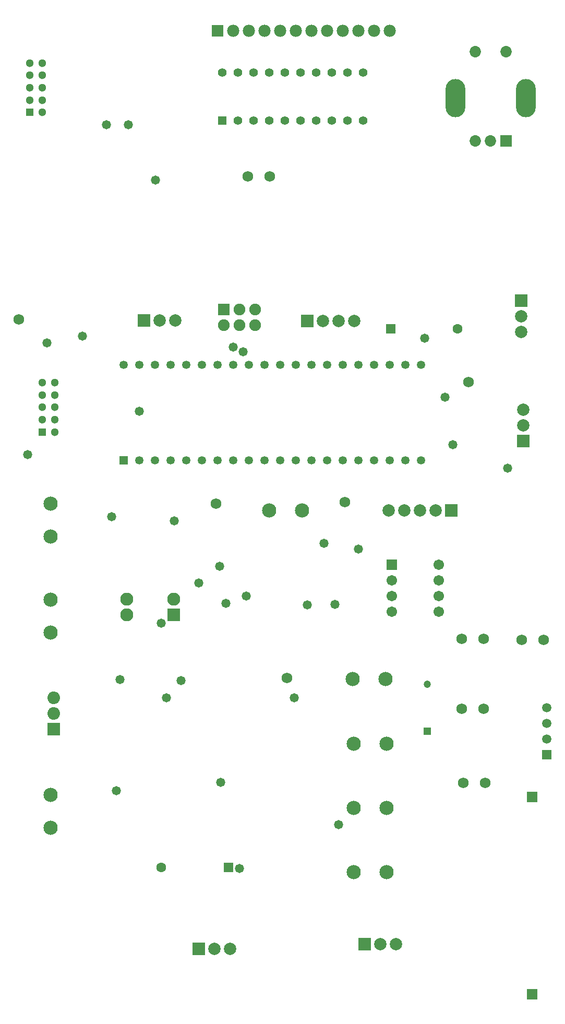
<source format=gbs>
G04*
G04 #@! TF.GenerationSoftware,Altium Limited,Altium Designer,24.4.1 (13)*
G04*
G04 Layer_Color=16711935*
%FSLAX44Y44*%
%MOMM*%
G71*
G04*
G04 #@! TF.SameCoordinates,E03DAD19-A1D4-479A-945F-AA05C0C5925B*
G04*
G04*
G04 #@! TF.FilePolarity,Negative*
G04*
G01*
G75*
%ADD23R,1.7032X1.7032*%
%ADD24C,1.7032*%
%ADD25C,1.3000*%
%ADD26R,1.3000X1.3000*%
%ADD27C,1.7272*%
%ADD28C,1.2000*%
%ADD29R,1.2000X1.2000*%
%ADD30R,1.6000X1.6000*%
%ADD31C,1.6000*%
%ADD32C,2.3032*%
%ADD33C,1.4912*%
%ADD34R,1.4912X1.4912*%
%ADD35R,2.0032X2.0032*%
%ADD36C,2.0032*%
%ADD37R,1.7272X1.7272*%
%ADD38R,2.0482X2.0482*%
%ADD39C,2.0482*%
%ADD40R,2.1082X2.1082*%
%ADD41C,2.1082*%
%ADD42C,1.9812*%
%ADD43R,1.9812X1.9812*%
%ADD44C,1.3932*%
%ADD45R,1.3932X1.3932*%
%ADD46R,1.8532X1.8532*%
%ADD47C,1.8532*%
%ADD48O,3.2032X6.2032*%
%ADD49R,2.0032X2.0032*%
%ADD50C,1.3500*%
%ADD51R,1.3500X1.3500*%
%ADD52C,1.9024*%
%ADD53R,1.9024X1.9024*%
%ADD54C,1.4732*%
D23*
X1344930Y925830D02*
D03*
D24*
Y900430D02*
D03*
Y875030D02*
D03*
Y849630D02*
D03*
X1421130Y925830D02*
D03*
Y900430D02*
D03*
Y875030D02*
D03*
Y849630D02*
D03*
D25*
X777080Y1739260D02*
D03*
Y1719260D02*
D03*
Y1699260D02*
D03*
Y1679260D02*
D03*
Y1659260D02*
D03*
X757080Y1739260D02*
D03*
Y1719260D02*
D03*
Y1699260D02*
D03*
Y1679260D02*
D03*
X797240Y1220780D02*
D03*
Y1200780D02*
D03*
Y1180780D02*
D03*
Y1160780D02*
D03*
Y1140780D02*
D03*
X777240Y1220780D02*
D03*
Y1200780D02*
D03*
Y1180780D02*
D03*
Y1160780D02*
D03*
D26*
X757080Y1659260D02*
D03*
X777240Y1140780D02*
D03*
D27*
X1174750Y741680D02*
D03*
X1496060Y571500D02*
D03*
X1460500D02*
D03*
X1493520Y692150D02*
D03*
X1457960D02*
D03*
X1059180Y1024890D02*
D03*
X1268730Y1027430D02*
D03*
X1146810Y1555750D02*
D03*
X1111250D02*
D03*
X1591310Y803910D02*
D03*
X1555750D02*
D03*
X739140Y1323340D02*
D03*
X1493520Y805180D02*
D03*
X1457960D02*
D03*
X1469390Y1221740D02*
D03*
D28*
X1402080Y731580D02*
D03*
D29*
Y655320D02*
D03*
D30*
X1342620Y1308100D02*
D03*
X1079270Y434340D02*
D03*
D31*
X1451380Y1308100D02*
D03*
X970510Y434340D02*
D03*
D32*
X1336040Y635000D02*
D03*
X1282700D02*
D03*
X1334770Y740410D02*
D03*
X1281430D02*
D03*
X1336040Y426720D02*
D03*
X1282700D02*
D03*
X1336040Y530860D02*
D03*
X1282700D02*
D03*
X791210Y499110D02*
D03*
Y552450D02*
D03*
Y815340D02*
D03*
Y868680D02*
D03*
Y971550D02*
D03*
Y1024890D02*
D03*
X1145540Y1013460D02*
D03*
X1198880D02*
D03*
D33*
X1596390Y693420D02*
D03*
Y668020D02*
D03*
Y642620D02*
D03*
D34*
Y617220D02*
D03*
D35*
X1031240Y302260D02*
D03*
X1300480Y309880D02*
D03*
X1441450Y1013460D02*
D03*
X1207770Y1320800D02*
D03*
X942340Y1322070D02*
D03*
D36*
X1056640Y302260D02*
D03*
X1082040D02*
D03*
X1325880Y309880D02*
D03*
X1351280D02*
D03*
X1558290Y1151890D02*
D03*
Y1177290D02*
D03*
X1554480Y1328420D02*
D03*
Y1303020D02*
D03*
X1390650Y1013460D02*
D03*
X1416050D02*
D03*
X1365250D02*
D03*
X1339850D02*
D03*
X1258570Y1320800D02*
D03*
X1233170D02*
D03*
X1283970D02*
D03*
X967740Y1322070D02*
D03*
X993140D02*
D03*
D37*
X1572260Y548600D02*
D03*
Y228600D02*
D03*
D38*
X796290Y659130D02*
D03*
D39*
Y684530D02*
D03*
Y709930D02*
D03*
D40*
X990600Y844550D02*
D03*
D41*
Y869950D02*
D03*
X914400D02*
D03*
Y844550D02*
D03*
D42*
X1214120Y1791970D02*
D03*
X1239520D02*
D03*
X1264920D02*
D03*
X1290320D02*
D03*
X1315720D02*
D03*
X1341120D02*
D03*
X1188720D02*
D03*
X1163320D02*
D03*
X1137920D02*
D03*
X1112520D02*
D03*
X1087120D02*
D03*
D43*
X1061720D02*
D03*
D44*
X1069340Y1723720D02*
D03*
X1094740D02*
D03*
X1120140D02*
D03*
X1145540D02*
D03*
X1170940D02*
D03*
X1196340D02*
D03*
X1221740D02*
D03*
X1247140D02*
D03*
X1272540D02*
D03*
X1297940D02*
D03*
Y1645920D02*
D03*
X1272540D02*
D03*
X1247140D02*
D03*
X1221740D02*
D03*
X1196340D02*
D03*
X1170940D02*
D03*
X1145540D02*
D03*
X1120140D02*
D03*
X1094740D02*
D03*
D45*
X1069340D02*
D03*
D46*
X1529950Y1612750D02*
D03*
D47*
X1479950D02*
D03*
X1529950Y1757750D02*
D03*
X1504950Y1612900D02*
D03*
X1479950Y1757750D02*
D03*
D48*
X1561950Y1682750D02*
D03*
X1447950D02*
D03*
D49*
X1558290Y1126490D02*
D03*
X1554480Y1353820D02*
D03*
D50*
X909320Y1249362D02*
D03*
X934720D02*
D03*
X960120D02*
D03*
X985520D02*
D03*
X1010920D02*
D03*
X1036320D02*
D03*
X1061720D02*
D03*
X1087120D02*
D03*
X1112520D02*
D03*
X1137920D02*
D03*
X1163320D02*
D03*
X1188720D02*
D03*
X1214120D02*
D03*
X1239520D02*
D03*
X1264920D02*
D03*
X1290320D02*
D03*
X1315720D02*
D03*
X1341120D02*
D03*
X1366520D02*
D03*
X1391920D02*
D03*
Y1095058D02*
D03*
X1366520D02*
D03*
X1341120D02*
D03*
X1315720D02*
D03*
X1290320D02*
D03*
X1264920D02*
D03*
X1239520D02*
D03*
X1214120D02*
D03*
X1188720D02*
D03*
X1163320D02*
D03*
X1137920D02*
D03*
X1112520D02*
D03*
X1087120D02*
D03*
X1061720D02*
D03*
X1036320D02*
D03*
X1010920D02*
D03*
X985520D02*
D03*
X960120D02*
D03*
X934720D02*
D03*
D51*
X909320D02*
D03*
D52*
X1122680Y1339850D02*
D03*
X1097280D02*
D03*
X1071880Y1314450D02*
D03*
X1097280D02*
D03*
X1122680D02*
D03*
D53*
X1071880Y1339850D02*
D03*
D54*
X991870Y996950D02*
D03*
X1065440Y923200D02*
D03*
X1087120Y1278890D02*
D03*
X1252220Y861060D02*
D03*
X970280Y830580D02*
D03*
X903478Y739140D02*
D03*
X1532465Y1081957D02*
D03*
X917072Y1638808D02*
D03*
X1075182Y862584D02*
D03*
X897128Y558800D02*
D03*
X934720Y1174496D02*
D03*
X1443482Y1120140D02*
D03*
X1397508Y1293114D02*
D03*
X785114Y1285240D02*
D03*
X842518Y1295908D02*
D03*
X1430782Y1197102D02*
D03*
X753872Y1104392D02*
D03*
X1186180Y709930D02*
D03*
X1258316Y503936D02*
D03*
X1066800Y572008D02*
D03*
X1097280Y432562D02*
D03*
X1030986Y895858D02*
D03*
X961390Y1549146D02*
D03*
X1103630Y1270508D02*
D03*
X1234440Y959866D02*
D03*
X1207770Y860420D02*
D03*
X978530Y709930D02*
D03*
X1290320Y950976D02*
D03*
X1002284Y737870D02*
D03*
X1107948Y874268D02*
D03*
X890270Y1003300D02*
D03*
X881380Y1638808D02*
D03*
M02*

</source>
